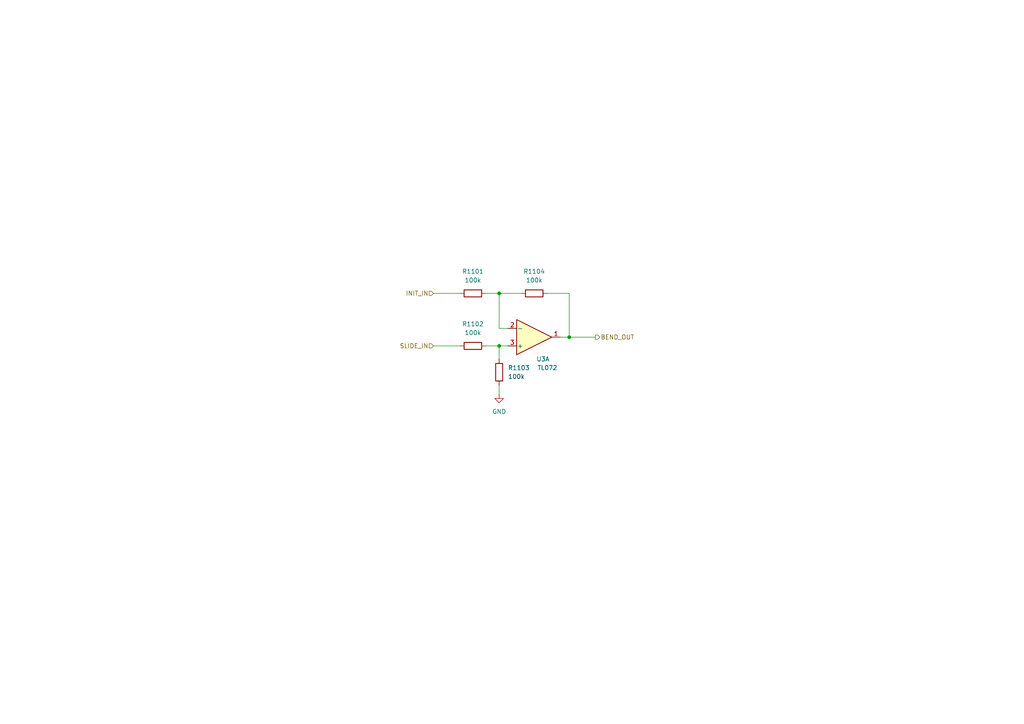
<source format=kicad_sch>
(kicad_sch (version 20211123) (generator eeschema)
  (paper "A4")
  (title_block (title "Josh Ox Ribbon Synth Ribbon board") (date "2022-06-17") (rev "0") (comment 1 "creativecommons.org/licences/by/4.0") (comment 2 "license: CC by 4.0") (comment 3 "Author: Jordan Aceto"))
  (lib_symbols
    (symbol "Amplifier_Operational:TL072" (pin_names (offset 0.127))
      (property "Reference" "U" (at 0 5.08 0))
      (property "Value" "TL072" (at 0 -5.08 0))
      (symbol "TL072_1_1"
        (polyline (pts (xy -5.08 5.08) (xy 5.08 0) (xy -5.08 -5.08) (xy -5.08 5.08)) (stroke (width 0.254)) (fill (type background)))
        (pin output line (at 7.62 0 180) (length 2.54) (name "~") (number "1"))
        (pin input line (at -7.62 -2.54 0) (length 2.54) (name "-") (number "2"))
        (pin input line (at -7.62 2.54 0) (length 2.54) (name "+") (number "3"))
      )
      (symbol "TL072_2_1"
        (polyline (pts (xy -5.08 5.08) (xy 5.08 0) (xy -5.08 -5.08) (xy -5.08 5.08)) (stroke (width 0.254)) (fill (type background)))
        (pin input line (at -7.62 2.54 0) (length 2.54) (name "+") (number "5"))
        (pin input line (at -7.62 -2.54 0) (length 2.54) (name "-") (number "6"))
        (pin output line (at 7.62 0 180) (length 2.54) (name "~") (number "7"))
      )
      (symbol "TL072_3_1"
        (pin power_in line (at -2.54 -7.62 90) (length 3.81) (name "V-") (number "4"))
        (pin power_in line (at -2.54 7.62 270) (length 3.81) (name "V+") (number "8"))
      )
    )
    (symbol "Device:R" (pin_numbers hide) (pin_names (offset 0))
      (property "Reference" "R" (at 2.032 0 90))
      (property "Value" "R" (at 0 0 90))
      (symbol "R_0_1"
        (rectangle (start -1.016 -2.54) (end 1.016 2.54) (stroke (width 0.254)))
      )
      (symbol "R_1_1"
        (pin passive line (at 0 3.81 270) (length 1.27) (name "~") (number "1"))
        (pin passive line (at 0 -3.81 90) (length 1.27) (name "~") (number "2"))
      )
    )
    (symbol "power:GND" (power) (pin_names (offset 0))
      (property "Value" "GND" (at 0 -3.81 0))
      (symbol "GND_0_1"
        (polyline (pts (xy 0 0) (xy 0 -1.27) (xy 1.27 -1.27) (xy 0 -2.54) (xy -1.27 -1.27) (xy 0 -1.27)))
      )
      (symbol "GND_1_1"
        (pin power_in line (at 0 0 270) (length 0) hide (name "GND") (number "1"))
      )
    )
  )
  (junction (at 144.78 100.33))
  (junction (at 165.1 97.79))
  (junction (at 144.78 85.09))
  (wire (pts (xy 140.97 100.33) (xy 144.78 100.33)))
  (wire (pts (xy 144.78 100.33) (xy 147.32 100.33)))
  (wire (pts (xy 140.97 85.09) (xy 144.78 85.09)))
  (wire (pts (xy 144.78 85.09) (xy 151.13 85.09)))
  (wire (pts (xy 147.32 95.25) (xy 144.78 95.25)))
  (wire (pts (xy 165.1 97.79) (xy 165.1 85.09)))
  (wire (pts (xy 144.78 95.25) (xy 144.78 85.09)))
  (wire (pts (xy 165.1 97.79) (xy 172.72 97.79)))
  (wire (pts (xy 162.56 97.79) (xy 165.1 97.79)))
  (wire (pts (xy 165.1 85.09) (xy 158.75 85.09)))
  (wire (pts (xy 125.73 100.33) (xy 133.35 100.33)))
  (wire (pts (xy 144.78 111.76) (xy 144.78 114.3)))
  (wire (pts (xy 125.73 85.09) (xy 133.35 85.09)))
  (wire (pts (xy 144.78 104.14) (xy 144.78 100.33)))
  (hierarchical_label "INIT_IN" (shape input) (at 125.73 85.09 180))
  (hierarchical_label "BEND_OUT" (shape output) (at 172.72 97.79 0))
  (hierarchical_label "SLIDE_IN" (shape input) (at 125.73 100.33 180))
  (symbol (lib_id "Device:R") (at 137.16 85.09 90) (unit 1)
    (property "Reference" "R1101" (at 137.16 78.74 90))
    (property "Value" "100k" (at 137.16 81.28 90))
    (property "Footprint" "Resistor_SMD:R_0805_2012Metric" (effects hide))
  )
  (symbol (lib_id "Device:R") (at 137.16 100.33 90) (unit 1)
    (property "Reference" "R1102" (at 137.16 93.98 90))
    (property "Value" "100k" (at 137.16 96.52 90))
    (property "Footprint" "Resistor_SMD:R_0805_2012Metric" (effects hide))
  )
  (symbol (lib_id "Amplifier_Operational:TL072") (at 154.94 97.79 0) (mirror x) (unit 1)
    (property "Reference" "U3" (at 157.48 104.14 0))
    (property "Value" "TL072" (at 158.75 106.68 0))
    (property "Footprint" "Package_SO:SO-8_5.3x6.2mm_P1.27mm" (effects hide))
    (property "Datasheet" "http://www.ti.com/lit/ds/symlink/tl071.pdf" (effects hide))
  )
  (symbol (lib_id "power:GND") (at 144.78 114.3 0) (unit 1)
    (property "Reference" "#PWR01101" (effects hide))
    (property "Value" "GND" (at 144.78 119.38 0))
  )
  (symbol (lib_id "Device:R") (at 144.78 107.95 180) (unit 1)
    (property "Reference" "R1103" (at 147.32 106.6799 0) (effects (justify right)))
    (property "Value" "100k" (at 147.32 109.2199 0) (effects (justify right)))
    (property "Footprint" "Resistor_SMD:R_0805_2012Metric" (effects hide))
  )
  (symbol (lib_id "Device:R") (at 154.94 85.09 90) (unit 1)
    (property "Reference" "R1104" (at 154.94 78.74 90))
    (property "Value" "100k" (at 154.94 81.28 90))
    (property "Footprint" "Resistor_SMD:R_0805_2012Metric" (effects hide))
  )
)
</source>
